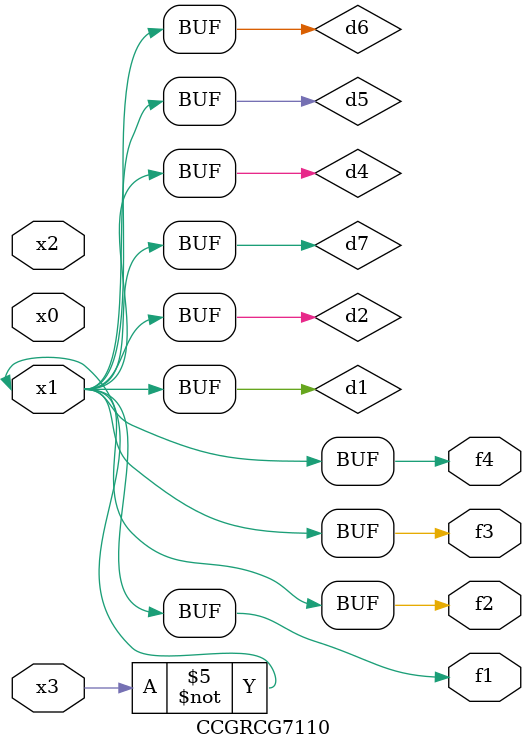
<source format=v>
module CCGRCG7110(
	input x0, x1, x2, x3,
	output f1, f2, f3, f4
);

	wire d1, d2, d3, d4, d5, d6, d7;

	not (d1, x3);
	buf (d2, x1);
	xnor (d3, d1, d2);
	nor (d4, d1);
	buf (d5, d1, d2);
	buf (d6, d4, d5);
	nand (d7, d4);
	assign f1 = d6;
	assign f2 = d7;
	assign f3 = d6;
	assign f4 = d6;
endmodule

</source>
